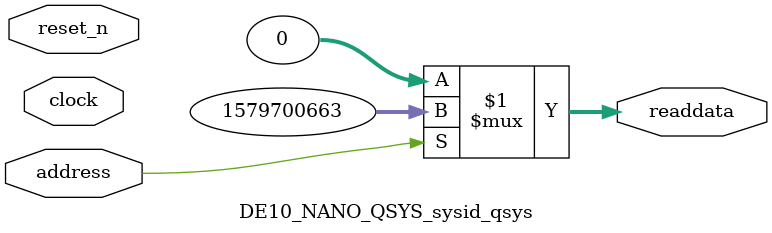
<source format=v>



// synthesis translate_off
`timescale 1ns / 1ps
// synthesis translate_on

// turn off superfluous verilog processor warnings 
// altera message_level Level1 
// altera message_off 10034 10035 10036 10037 10230 10240 10030 

module DE10_NANO_QSYS_sysid_qsys (
               // inputs:
                address,
                clock,
                reset_n,

               // outputs:
                readdata
             )
;

  output  [ 31: 0] readdata;
  input            address;
  input            clock;
  input            reset_n;

  wire    [ 31: 0] readdata;
  //control_slave, which is an e_avalon_slave
  assign readdata = address ? 1579700663 : 0;

endmodule



</source>
